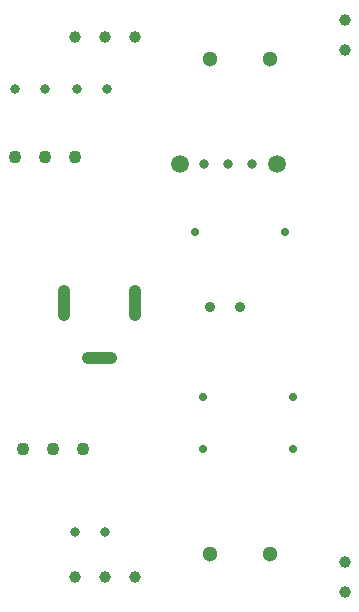
<source format=gbr>
%TF.GenerationSoftware,KiCad,Pcbnew,9.0.2*%
%TF.CreationDate,2025-06-13T20:10:37+08:00*%
%TF.ProjectId,Breadboard Power Supply,42726561-6462-46f6-9172-6420506f7765,1*%
%TF.SameCoordinates,Original*%
%TF.FileFunction,Plated,1,2,PTH,Mixed*%
%TF.FilePolarity,Positive*%
%FSLAX46Y46*%
G04 Gerber Fmt 4.6, Leading zero omitted, Abs format (unit mm)*
G04 Created by KiCad (PCBNEW 9.0.2) date 2025-06-13 20:10:37*
%MOMM*%
%LPD*%
G01*
G04 APERTURE LIST*
%TA.AperFunction,ComponentDrill*%
%ADD10C,0.700000*%
%TD*%
%TA.AperFunction,ComponentDrill*%
%ADD11C,0.800000*%
%TD*%
%TA.AperFunction,ComponentDrill*%
%ADD12C,0.900000*%
%TD*%
G04 aperture for slot hole*
%TA.AperFunction,ComponentDrill*%
%ADD13C,1.000000*%
%TD*%
%TA.AperFunction,ComponentDrill*%
%ADD14C,1.000000*%
%TD*%
%TA.AperFunction,ComponentDrill*%
%ADD15C,1.100000*%
%TD*%
%TA.AperFunction,ComponentDrill*%
%ADD16C,1.300000*%
%TD*%
%TA.AperFunction,ComponentDrill*%
%ADD17C,1.500000*%
%TD*%
G04 APERTURE END LIST*
D10*
%TO.C,R2*%
X137795000Y-81915000D03*
%TO.C,R3*%
X138430000Y-95885000D03*
%TO.C,R1*%
X138430000Y-100330000D03*
%TO.C,R2*%
X145415000Y-81915000D03*
%TO.C,R3*%
X146050000Y-95885000D03*
%TO.C,R1*%
X146050000Y-100330000D03*
D11*
%TO.C,C2*%
X122555000Y-69850000D03*
X125055000Y-69850000D03*
%TO.C,C3*%
X127635000Y-107315000D03*
%TO.C,C1*%
X127802000Y-69850000D03*
%TO.C,C3*%
X130135000Y-107315000D03*
%TO.C,C1*%
X130302000Y-69850000D03*
%TO.C,S1*%
X138590000Y-76200000D03*
X140590000Y-76200000D03*
X142590000Y-76200000D03*
D12*
%TO.C,D1*%
X139065000Y-88265000D03*
X141605000Y-88265000D03*
D13*
%TO.C,J6*%
X126715000Y-88942500D02*
X126715000Y-86942500D01*
D14*
%TO.C,J3*%
X127635000Y-65405000D03*
%TO.C,J4*%
X127635000Y-111125000D03*
D13*
%TO.C,J6*%
X130715000Y-92642500D02*
X128715000Y-92642500D01*
D14*
%TO.C,J3*%
X130175000Y-65405000D03*
%TO.C,J4*%
X130175000Y-111125000D03*
%TO.C,J3*%
X132715000Y-65405000D03*
D13*
%TO.C,J6*%
X132715000Y-88942500D02*
X132715000Y-86942500D01*
D14*
%TO.C,J4*%
X132715000Y-111125000D03*
%TO.C,J1*%
X150495000Y-64028400D03*
X150495000Y-66568400D03*
%TO.C,J2*%
X150495000Y-109850000D03*
X150495000Y-112390000D03*
D15*
%TO.C,U1*%
X122555000Y-75565000D03*
%TO.C,U2*%
X123190000Y-100330000D03*
%TO.C,U1*%
X125095000Y-75565000D03*
%TO.C,U2*%
X125730000Y-100330000D03*
%TO.C,U1*%
X127635000Y-75565000D03*
%TO.C,U2*%
X128270000Y-100330000D03*
D16*
%TO.C,J5*%
X139065000Y-67310000D03*
%TO.C,J7*%
X139065000Y-109220000D03*
%TO.C,J5*%
X144145000Y-67310000D03*
%TO.C,J7*%
X144145000Y-109220000D03*
D17*
%TO.C,S1*%
X136490000Y-76200000D03*
X144690000Y-76200000D03*
M02*

</source>
